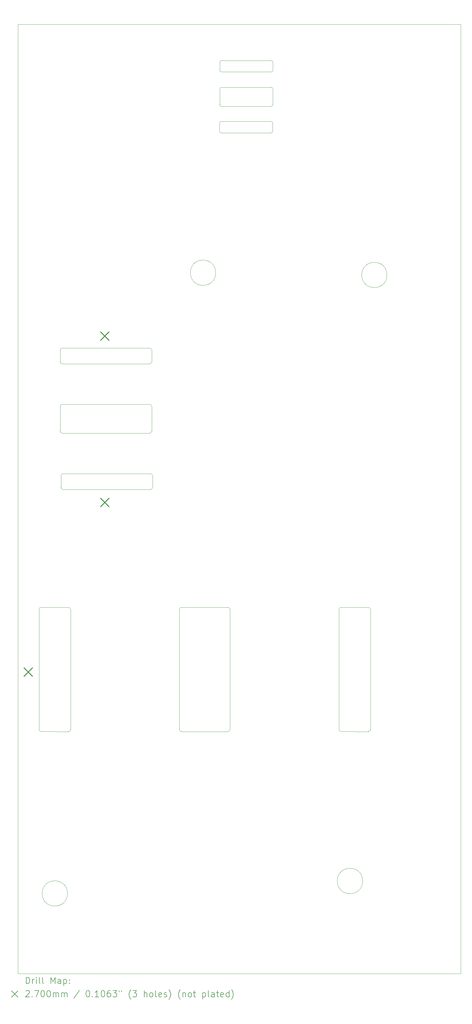
<source format=gbr>
%TF.GenerationSoftware,KiCad,Pcbnew,9.0.3*%
%TF.CreationDate,2025-10-12T10:40:02+02:00*%
%TF.ProjectId,LLC_DCDC_V5,4c4c435f-4443-4444-935f-56352e6b6963,rev?*%
%TF.SameCoordinates,Original*%
%TF.FileFunction,Drillmap*%
%TF.FilePolarity,Positive*%
%FSLAX45Y45*%
G04 Gerber Fmt 4.5, Leading zero omitted, Abs format (unit mm)*
G04 Created by KiCad (PCBNEW 9.0.3) date 2025-10-12 10:40:02*
%MOMM*%
%LPD*%
G01*
G04 APERTURE LIST*
%ADD10C,0.100000*%
%ADD11C,0.050000*%
%ADD12C,0.200000*%
%ADD13C,0.270000*%
G04 APERTURE END LIST*
D10*
X19401001Y-13131500D02*
G75*
G02*
X18604999Y-13131500I-398001J0D01*
G01*
X18604999Y-13131500D02*
G75*
G02*
X19401001Y-13131500I398001J0D01*
G01*
X18633501Y-32282000D02*
G75*
G02*
X17831499Y-32282000I-401001J0D01*
G01*
X17831499Y-32282000D02*
G75*
G02*
X18633501Y-32282000I401001J0D01*
G01*
X9299000Y-32677000D02*
G75*
G02*
X8499000Y-32677000I-400000J0D01*
G01*
X8499000Y-32677000D02*
G75*
G02*
X9299000Y-32677000I400000J0D01*
G01*
D11*
X7733000Y-5211500D02*
X21733000Y-5211500D01*
X21733000Y-35211500D01*
X7733000Y-35211500D01*
X7733000Y-5211500D01*
D10*
X13986000Y-13061500D02*
G75*
G02*
X13186000Y-13061500I-400000J0D01*
G01*
X13186000Y-13061500D02*
G75*
G02*
X13986000Y-13061500I400000J0D01*
G01*
D11*
X8398985Y-27489990D02*
X8396985Y-23703585D01*
X8465997Y-23634573D02*
X9330401Y-23635574D01*
X9328397Y-27560997D02*
X8467992Y-27558997D01*
X9399408Y-23704581D02*
X9397408Y-27491990D01*
X12836985Y-27491990D02*
X12834985Y-23705581D01*
X12903992Y-23636573D02*
X14370901Y-23633073D01*
X14371878Y-27561497D02*
X12905992Y-27560997D01*
X14439908Y-23702062D02*
X14440908Y-27492472D01*
X17883485Y-27491490D02*
X17881485Y-23705085D01*
X17950497Y-23636073D02*
X18814901Y-23637074D01*
X18812897Y-27562497D02*
X17952492Y-27560497D01*
X18883908Y-23706081D02*
X18881908Y-27493490D01*
X8396985Y-23703581D02*
G75*
G02*
X8465992Y-23634573I69007J0D01*
G01*
X8467992Y-27558997D02*
G75*
G02*
X8398985Y-27489990I0J69007D01*
G01*
X9330401Y-23635573D02*
G75*
G02*
X9399408Y-23704581I0J-69007D01*
G01*
X9397408Y-27491990D02*
G75*
G02*
X9328401Y-27560997I-69007J0D01*
G01*
X12834985Y-23705581D02*
G75*
G02*
X12903992Y-23636573I69007J0D01*
G01*
X12905992Y-27560997D02*
G75*
G02*
X12836985Y-27491990I0J69007D01*
G01*
X14370901Y-23633073D02*
G75*
G02*
X14439908Y-23702081I1J-69007D01*
G01*
X14440908Y-27492490D02*
G75*
G02*
X14371901Y-27561497I-69007J-1D01*
G01*
X17881485Y-23705081D02*
G75*
G02*
X17950492Y-23636073I69012J-5D01*
G01*
X17952492Y-27560497D02*
G75*
G02*
X17883485Y-27491490I5J69012D01*
G01*
X18814901Y-23637073D02*
G75*
G02*
X18883908Y-23706081I-5J-69012D01*
G01*
X18881908Y-27493490D02*
G75*
G02*
X18812901Y-27562497I-69012J5D01*
G01*
X14157444Y-8640997D02*
X15736710Y-8640269D01*
X15787730Y-8589990D02*
X15788006Y-8330958D01*
X14107731Y-8330924D02*
X14107454Y-8589977D01*
X15738016Y-8279982D02*
X14158749Y-8280500D01*
X14163464Y-7802507D02*
X15742730Y-7801779D01*
X15793750Y-7751500D02*
X15794283Y-7252513D01*
X14114009Y-7252000D02*
X14113474Y-7751487D01*
X15744036Y-7201493D02*
X14164770Y-7202010D01*
X14165464Y-6714507D02*
X15744730Y-6713779D01*
X15795750Y-6663500D02*
X15796026Y-6404468D01*
X14115752Y-6404434D02*
X14115474Y-6663487D01*
X15746036Y-6353493D02*
X14166770Y-6354010D01*
X14157444Y-8640997D02*
G75*
G02*
X14107454Y-8589977I0J50000D01*
G01*
X15787730Y-8590275D02*
G75*
G02*
X15736710Y-8640265I-50000J0D01*
G01*
X14107730Y-8330490D02*
G75*
G02*
X14158750Y-8280500I50000J0D01*
G01*
X15738016Y-8279982D02*
G75*
G02*
X15788005Y-8331003I0J-50000D01*
G01*
X14163464Y-7802507D02*
G75*
G02*
X14113475Y-7751487I0J50000D01*
G01*
X15793750Y-7751786D02*
G75*
G02*
X15742730Y-7801775I-50000J0D01*
G01*
X14113750Y-7252000D02*
G75*
G02*
X14164770Y-7202010I50000J0D01*
G01*
X15744036Y-7201493D02*
G75*
G02*
X15794026Y-7252513I0J-50000D01*
G01*
X14165464Y-6714507D02*
G75*
G02*
X14115474Y-6663487I0J50000D01*
G01*
X15795750Y-6663786D02*
G75*
G02*
X15744730Y-6713780I-50000J-4D01*
G01*
X14115750Y-6404000D02*
G75*
G02*
X14166770Y-6354010I50000J0D01*
G01*
X15746036Y-6353493D02*
G75*
G02*
X15796026Y-6404513I0J-50000D01*
G01*
X9135007Y-15440633D02*
X11896993Y-15440633D01*
X11966000Y-15509640D02*
X11966000Y-15871626D01*
X9066000Y-15871623D02*
X9066000Y-15509640D01*
X11896993Y-15940633D02*
X9135010Y-15940633D01*
X9135007Y-17220633D02*
X11896993Y-17220633D01*
X11966000Y-17289640D02*
X11966000Y-18061623D01*
X9066000Y-18061626D02*
X9066000Y-17289640D01*
X11896993Y-18130633D02*
X9135010Y-18130633D01*
X9161007Y-19410633D02*
X11922993Y-19410633D01*
X11992000Y-19479640D02*
X11992000Y-19841626D01*
X9092000Y-19841623D02*
X9092000Y-19479640D01*
X11922993Y-19910633D02*
X9161010Y-19910633D01*
X11896993Y-15440633D02*
G75*
G02*
X11966000Y-15509640I0J-69007D01*
G01*
X9066000Y-15509640D02*
G75*
G02*
X9135007Y-15440633I69007J0D01*
G01*
X11966000Y-15871626D02*
G75*
G02*
X11896993Y-15940633I-69007J0D01*
G01*
X9135007Y-15940633D02*
G75*
G02*
X9066000Y-15871626I0J69007D01*
G01*
X11896993Y-17220633D02*
G75*
G02*
X11966000Y-17289640I0J-69007D01*
G01*
X9066000Y-17289640D02*
G75*
G02*
X9135007Y-17220633I69007J0D01*
G01*
X11966000Y-18061626D02*
G75*
G02*
X11896993Y-18130633I-69010J3D01*
G01*
X9135007Y-18130633D02*
G75*
G02*
X9066000Y-18061626I-9J68998D01*
G01*
X11922993Y-19410633D02*
G75*
G02*
X11992000Y-19479640I2J-69005D01*
G01*
X9092000Y-19479640D02*
G75*
G02*
X9161007Y-19410633I69020J-13D01*
G01*
X11992000Y-19841626D02*
G75*
G02*
X11922993Y-19910633I-69010J3D01*
G01*
X9161007Y-19910633D02*
G75*
G02*
X9092000Y-19841626I-7J69000D01*
G01*
D12*
D13*
X7919000Y-25544000D02*
X8189000Y-25814000D01*
X8189000Y-25544000D02*
X7919000Y-25814000D01*
X10338000Y-14927000D02*
X10608000Y-15197000D01*
X10608000Y-14927000D02*
X10338000Y-15197000D01*
X10338000Y-20186000D02*
X10608000Y-20456000D01*
X10608000Y-20186000D02*
X10338000Y-20456000D01*
D12*
X7991277Y-35525484D02*
X7991277Y-35325484D01*
X7991277Y-35325484D02*
X8038896Y-35325484D01*
X8038896Y-35325484D02*
X8067467Y-35335008D01*
X8067467Y-35335008D02*
X8086515Y-35354055D01*
X8086515Y-35354055D02*
X8096039Y-35373103D01*
X8096039Y-35373103D02*
X8105562Y-35411198D01*
X8105562Y-35411198D02*
X8105562Y-35439770D01*
X8105562Y-35439770D02*
X8096039Y-35477865D01*
X8096039Y-35477865D02*
X8086515Y-35496912D01*
X8086515Y-35496912D02*
X8067467Y-35515960D01*
X8067467Y-35515960D02*
X8038896Y-35525484D01*
X8038896Y-35525484D02*
X7991277Y-35525484D01*
X8191277Y-35525484D02*
X8191277Y-35392150D01*
X8191277Y-35430246D02*
X8200801Y-35411198D01*
X8200801Y-35411198D02*
X8210324Y-35401674D01*
X8210324Y-35401674D02*
X8229372Y-35392150D01*
X8229372Y-35392150D02*
X8248420Y-35392150D01*
X8315086Y-35525484D02*
X8315086Y-35392150D01*
X8315086Y-35325484D02*
X8305562Y-35335008D01*
X8305562Y-35335008D02*
X8315086Y-35344531D01*
X8315086Y-35344531D02*
X8324610Y-35335008D01*
X8324610Y-35335008D02*
X8315086Y-35325484D01*
X8315086Y-35325484D02*
X8315086Y-35344531D01*
X8438896Y-35525484D02*
X8419848Y-35515960D01*
X8419848Y-35515960D02*
X8410324Y-35496912D01*
X8410324Y-35496912D02*
X8410324Y-35325484D01*
X8543658Y-35525484D02*
X8524610Y-35515960D01*
X8524610Y-35515960D02*
X8515086Y-35496912D01*
X8515086Y-35496912D02*
X8515086Y-35325484D01*
X8772229Y-35525484D02*
X8772229Y-35325484D01*
X8772229Y-35325484D02*
X8838896Y-35468341D01*
X8838896Y-35468341D02*
X8905563Y-35325484D01*
X8905563Y-35325484D02*
X8905563Y-35525484D01*
X9086515Y-35525484D02*
X9086515Y-35420722D01*
X9086515Y-35420722D02*
X9076991Y-35401674D01*
X9076991Y-35401674D02*
X9057944Y-35392150D01*
X9057944Y-35392150D02*
X9019848Y-35392150D01*
X9019848Y-35392150D02*
X9000801Y-35401674D01*
X9086515Y-35515960D02*
X9067467Y-35525484D01*
X9067467Y-35525484D02*
X9019848Y-35525484D01*
X9019848Y-35525484D02*
X9000801Y-35515960D01*
X9000801Y-35515960D02*
X8991277Y-35496912D01*
X8991277Y-35496912D02*
X8991277Y-35477865D01*
X8991277Y-35477865D02*
X9000801Y-35458817D01*
X9000801Y-35458817D02*
X9019848Y-35449293D01*
X9019848Y-35449293D02*
X9067467Y-35449293D01*
X9067467Y-35449293D02*
X9086515Y-35439770D01*
X9181753Y-35392150D02*
X9181753Y-35592150D01*
X9181753Y-35401674D02*
X9200801Y-35392150D01*
X9200801Y-35392150D02*
X9238896Y-35392150D01*
X9238896Y-35392150D02*
X9257944Y-35401674D01*
X9257944Y-35401674D02*
X9267467Y-35411198D01*
X9267467Y-35411198D02*
X9276991Y-35430246D01*
X9276991Y-35430246D02*
X9276991Y-35487389D01*
X9276991Y-35487389D02*
X9267467Y-35506436D01*
X9267467Y-35506436D02*
X9257944Y-35515960D01*
X9257944Y-35515960D02*
X9238896Y-35525484D01*
X9238896Y-35525484D02*
X9200801Y-35525484D01*
X9200801Y-35525484D02*
X9181753Y-35515960D01*
X9362705Y-35506436D02*
X9372229Y-35515960D01*
X9372229Y-35515960D02*
X9362705Y-35525484D01*
X9362705Y-35525484D02*
X9353182Y-35515960D01*
X9353182Y-35515960D02*
X9362705Y-35506436D01*
X9362705Y-35506436D02*
X9362705Y-35525484D01*
X9362705Y-35401674D02*
X9372229Y-35411198D01*
X9372229Y-35411198D02*
X9362705Y-35420722D01*
X9362705Y-35420722D02*
X9353182Y-35411198D01*
X9353182Y-35411198D02*
X9362705Y-35401674D01*
X9362705Y-35401674D02*
X9362705Y-35420722D01*
X7530500Y-35754000D02*
X7730500Y-35954000D01*
X7730500Y-35754000D02*
X7530500Y-35954000D01*
X7981753Y-35764531D02*
X7991277Y-35755008D01*
X7991277Y-35755008D02*
X8010324Y-35745484D01*
X8010324Y-35745484D02*
X8057943Y-35745484D01*
X8057943Y-35745484D02*
X8076991Y-35755008D01*
X8076991Y-35755008D02*
X8086515Y-35764531D01*
X8086515Y-35764531D02*
X8096039Y-35783579D01*
X8096039Y-35783579D02*
X8096039Y-35802627D01*
X8096039Y-35802627D02*
X8086515Y-35831198D01*
X8086515Y-35831198D02*
X7972229Y-35945484D01*
X7972229Y-35945484D02*
X8096039Y-35945484D01*
X8181753Y-35926436D02*
X8191277Y-35935960D01*
X8191277Y-35935960D02*
X8181753Y-35945484D01*
X8181753Y-35945484D02*
X8172229Y-35935960D01*
X8172229Y-35935960D02*
X8181753Y-35926436D01*
X8181753Y-35926436D02*
X8181753Y-35945484D01*
X8257943Y-35745484D02*
X8391277Y-35745484D01*
X8391277Y-35745484D02*
X8305562Y-35945484D01*
X8505563Y-35745484D02*
X8524610Y-35745484D01*
X8524610Y-35745484D02*
X8543658Y-35755008D01*
X8543658Y-35755008D02*
X8553182Y-35764531D01*
X8553182Y-35764531D02*
X8562705Y-35783579D01*
X8562705Y-35783579D02*
X8572229Y-35821674D01*
X8572229Y-35821674D02*
X8572229Y-35869293D01*
X8572229Y-35869293D02*
X8562705Y-35907389D01*
X8562705Y-35907389D02*
X8553182Y-35926436D01*
X8553182Y-35926436D02*
X8543658Y-35935960D01*
X8543658Y-35935960D02*
X8524610Y-35945484D01*
X8524610Y-35945484D02*
X8505563Y-35945484D01*
X8505563Y-35945484D02*
X8486515Y-35935960D01*
X8486515Y-35935960D02*
X8476991Y-35926436D01*
X8476991Y-35926436D02*
X8467467Y-35907389D01*
X8467467Y-35907389D02*
X8457944Y-35869293D01*
X8457944Y-35869293D02*
X8457944Y-35821674D01*
X8457944Y-35821674D02*
X8467467Y-35783579D01*
X8467467Y-35783579D02*
X8476991Y-35764531D01*
X8476991Y-35764531D02*
X8486515Y-35755008D01*
X8486515Y-35755008D02*
X8505563Y-35745484D01*
X8696039Y-35745484D02*
X8715086Y-35745484D01*
X8715086Y-35745484D02*
X8734134Y-35755008D01*
X8734134Y-35755008D02*
X8743658Y-35764531D01*
X8743658Y-35764531D02*
X8753182Y-35783579D01*
X8753182Y-35783579D02*
X8762705Y-35821674D01*
X8762705Y-35821674D02*
X8762705Y-35869293D01*
X8762705Y-35869293D02*
X8753182Y-35907389D01*
X8753182Y-35907389D02*
X8743658Y-35926436D01*
X8743658Y-35926436D02*
X8734134Y-35935960D01*
X8734134Y-35935960D02*
X8715086Y-35945484D01*
X8715086Y-35945484D02*
X8696039Y-35945484D01*
X8696039Y-35945484D02*
X8676991Y-35935960D01*
X8676991Y-35935960D02*
X8667467Y-35926436D01*
X8667467Y-35926436D02*
X8657944Y-35907389D01*
X8657944Y-35907389D02*
X8648420Y-35869293D01*
X8648420Y-35869293D02*
X8648420Y-35821674D01*
X8648420Y-35821674D02*
X8657944Y-35783579D01*
X8657944Y-35783579D02*
X8667467Y-35764531D01*
X8667467Y-35764531D02*
X8676991Y-35755008D01*
X8676991Y-35755008D02*
X8696039Y-35745484D01*
X8848420Y-35945484D02*
X8848420Y-35812150D01*
X8848420Y-35831198D02*
X8857944Y-35821674D01*
X8857944Y-35821674D02*
X8876991Y-35812150D01*
X8876991Y-35812150D02*
X8905563Y-35812150D01*
X8905563Y-35812150D02*
X8924610Y-35821674D01*
X8924610Y-35821674D02*
X8934134Y-35840722D01*
X8934134Y-35840722D02*
X8934134Y-35945484D01*
X8934134Y-35840722D02*
X8943658Y-35821674D01*
X8943658Y-35821674D02*
X8962705Y-35812150D01*
X8962705Y-35812150D02*
X8991277Y-35812150D01*
X8991277Y-35812150D02*
X9010325Y-35821674D01*
X9010325Y-35821674D02*
X9019848Y-35840722D01*
X9019848Y-35840722D02*
X9019848Y-35945484D01*
X9115086Y-35945484D02*
X9115086Y-35812150D01*
X9115086Y-35831198D02*
X9124610Y-35821674D01*
X9124610Y-35821674D02*
X9143658Y-35812150D01*
X9143658Y-35812150D02*
X9172229Y-35812150D01*
X9172229Y-35812150D02*
X9191277Y-35821674D01*
X9191277Y-35821674D02*
X9200801Y-35840722D01*
X9200801Y-35840722D02*
X9200801Y-35945484D01*
X9200801Y-35840722D02*
X9210325Y-35821674D01*
X9210325Y-35821674D02*
X9229372Y-35812150D01*
X9229372Y-35812150D02*
X9257944Y-35812150D01*
X9257944Y-35812150D02*
X9276991Y-35821674D01*
X9276991Y-35821674D02*
X9286515Y-35840722D01*
X9286515Y-35840722D02*
X9286515Y-35945484D01*
X9676991Y-35735960D02*
X9505563Y-35993103D01*
X9934134Y-35745484D02*
X9953182Y-35745484D01*
X9953182Y-35745484D02*
X9972229Y-35755008D01*
X9972229Y-35755008D02*
X9981753Y-35764531D01*
X9981753Y-35764531D02*
X9991277Y-35783579D01*
X9991277Y-35783579D02*
X10000801Y-35821674D01*
X10000801Y-35821674D02*
X10000801Y-35869293D01*
X10000801Y-35869293D02*
X9991277Y-35907389D01*
X9991277Y-35907389D02*
X9981753Y-35926436D01*
X9981753Y-35926436D02*
X9972229Y-35935960D01*
X9972229Y-35935960D02*
X9953182Y-35945484D01*
X9953182Y-35945484D02*
X9934134Y-35945484D01*
X9934134Y-35945484D02*
X9915087Y-35935960D01*
X9915087Y-35935960D02*
X9905563Y-35926436D01*
X9905563Y-35926436D02*
X9896039Y-35907389D01*
X9896039Y-35907389D02*
X9886515Y-35869293D01*
X9886515Y-35869293D02*
X9886515Y-35821674D01*
X9886515Y-35821674D02*
X9896039Y-35783579D01*
X9896039Y-35783579D02*
X9905563Y-35764531D01*
X9905563Y-35764531D02*
X9915087Y-35755008D01*
X9915087Y-35755008D02*
X9934134Y-35745484D01*
X10086515Y-35926436D02*
X10096039Y-35935960D01*
X10096039Y-35935960D02*
X10086515Y-35945484D01*
X10086515Y-35945484D02*
X10076991Y-35935960D01*
X10076991Y-35935960D02*
X10086515Y-35926436D01*
X10086515Y-35926436D02*
X10086515Y-35945484D01*
X10286515Y-35945484D02*
X10172229Y-35945484D01*
X10229372Y-35945484D02*
X10229372Y-35745484D01*
X10229372Y-35745484D02*
X10210325Y-35774055D01*
X10210325Y-35774055D02*
X10191277Y-35793103D01*
X10191277Y-35793103D02*
X10172229Y-35802627D01*
X10410325Y-35745484D02*
X10429372Y-35745484D01*
X10429372Y-35745484D02*
X10448420Y-35755008D01*
X10448420Y-35755008D02*
X10457944Y-35764531D01*
X10457944Y-35764531D02*
X10467468Y-35783579D01*
X10467468Y-35783579D02*
X10476991Y-35821674D01*
X10476991Y-35821674D02*
X10476991Y-35869293D01*
X10476991Y-35869293D02*
X10467468Y-35907389D01*
X10467468Y-35907389D02*
X10457944Y-35926436D01*
X10457944Y-35926436D02*
X10448420Y-35935960D01*
X10448420Y-35935960D02*
X10429372Y-35945484D01*
X10429372Y-35945484D02*
X10410325Y-35945484D01*
X10410325Y-35945484D02*
X10391277Y-35935960D01*
X10391277Y-35935960D02*
X10381753Y-35926436D01*
X10381753Y-35926436D02*
X10372229Y-35907389D01*
X10372229Y-35907389D02*
X10362706Y-35869293D01*
X10362706Y-35869293D02*
X10362706Y-35821674D01*
X10362706Y-35821674D02*
X10372229Y-35783579D01*
X10372229Y-35783579D02*
X10381753Y-35764531D01*
X10381753Y-35764531D02*
X10391277Y-35755008D01*
X10391277Y-35755008D02*
X10410325Y-35745484D01*
X10648420Y-35745484D02*
X10610325Y-35745484D01*
X10610325Y-35745484D02*
X10591277Y-35755008D01*
X10591277Y-35755008D02*
X10581753Y-35764531D01*
X10581753Y-35764531D02*
X10562706Y-35793103D01*
X10562706Y-35793103D02*
X10553182Y-35831198D01*
X10553182Y-35831198D02*
X10553182Y-35907389D01*
X10553182Y-35907389D02*
X10562706Y-35926436D01*
X10562706Y-35926436D02*
X10572229Y-35935960D01*
X10572229Y-35935960D02*
X10591277Y-35945484D01*
X10591277Y-35945484D02*
X10629372Y-35945484D01*
X10629372Y-35945484D02*
X10648420Y-35935960D01*
X10648420Y-35935960D02*
X10657944Y-35926436D01*
X10657944Y-35926436D02*
X10667468Y-35907389D01*
X10667468Y-35907389D02*
X10667468Y-35859770D01*
X10667468Y-35859770D02*
X10657944Y-35840722D01*
X10657944Y-35840722D02*
X10648420Y-35831198D01*
X10648420Y-35831198D02*
X10629372Y-35821674D01*
X10629372Y-35821674D02*
X10591277Y-35821674D01*
X10591277Y-35821674D02*
X10572229Y-35831198D01*
X10572229Y-35831198D02*
X10562706Y-35840722D01*
X10562706Y-35840722D02*
X10553182Y-35859770D01*
X10734134Y-35745484D02*
X10857944Y-35745484D01*
X10857944Y-35745484D02*
X10791277Y-35821674D01*
X10791277Y-35821674D02*
X10819849Y-35821674D01*
X10819849Y-35821674D02*
X10838896Y-35831198D01*
X10838896Y-35831198D02*
X10848420Y-35840722D01*
X10848420Y-35840722D02*
X10857944Y-35859770D01*
X10857944Y-35859770D02*
X10857944Y-35907389D01*
X10857944Y-35907389D02*
X10848420Y-35926436D01*
X10848420Y-35926436D02*
X10838896Y-35935960D01*
X10838896Y-35935960D02*
X10819849Y-35945484D01*
X10819849Y-35945484D02*
X10762706Y-35945484D01*
X10762706Y-35945484D02*
X10743658Y-35935960D01*
X10743658Y-35935960D02*
X10734134Y-35926436D01*
X10934134Y-35745484D02*
X10934134Y-35783579D01*
X11010325Y-35745484D02*
X11010325Y-35783579D01*
X11305563Y-36021674D02*
X11296039Y-36012150D01*
X11296039Y-36012150D02*
X11276991Y-35983579D01*
X11276991Y-35983579D02*
X11267468Y-35964531D01*
X11267468Y-35964531D02*
X11257944Y-35935960D01*
X11257944Y-35935960D02*
X11248420Y-35888341D01*
X11248420Y-35888341D02*
X11248420Y-35850246D01*
X11248420Y-35850246D02*
X11257944Y-35802627D01*
X11257944Y-35802627D02*
X11267468Y-35774055D01*
X11267468Y-35774055D02*
X11276991Y-35755008D01*
X11276991Y-35755008D02*
X11296039Y-35726436D01*
X11296039Y-35726436D02*
X11305563Y-35716912D01*
X11362706Y-35745484D02*
X11486515Y-35745484D01*
X11486515Y-35745484D02*
X11419848Y-35821674D01*
X11419848Y-35821674D02*
X11448420Y-35821674D01*
X11448420Y-35821674D02*
X11467468Y-35831198D01*
X11467468Y-35831198D02*
X11476991Y-35840722D01*
X11476991Y-35840722D02*
X11486515Y-35859770D01*
X11486515Y-35859770D02*
X11486515Y-35907389D01*
X11486515Y-35907389D02*
X11476991Y-35926436D01*
X11476991Y-35926436D02*
X11467468Y-35935960D01*
X11467468Y-35935960D02*
X11448420Y-35945484D01*
X11448420Y-35945484D02*
X11391277Y-35945484D01*
X11391277Y-35945484D02*
X11372229Y-35935960D01*
X11372229Y-35935960D02*
X11362706Y-35926436D01*
X11724610Y-35945484D02*
X11724610Y-35745484D01*
X11810325Y-35945484D02*
X11810325Y-35840722D01*
X11810325Y-35840722D02*
X11800801Y-35821674D01*
X11800801Y-35821674D02*
X11781753Y-35812150D01*
X11781753Y-35812150D02*
X11753182Y-35812150D01*
X11753182Y-35812150D02*
X11734134Y-35821674D01*
X11734134Y-35821674D02*
X11724610Y-35831198D01*
X11934134Y-35945484D02*
X11915087Y-35935960D01*
X11915087Y-35935960D02*
X11905563Y-35926436D01*
X11905563Y-35926436D02*
X11896039Y-35907389D01*
X11896039Y-35907389D02*
X11896039Y-35850246D01*
X11896039Y-35850246D02*
X11905563Y-35831198D01*
X11905563Y-35831198D02*
X11915087Y-35821674D01*
X11915087Y-35821674D02*
X11934134Y-35812150D01*
X11934134Y-35812150D02*
X11962706Y-35812150D01*
X11962706Y-35812150D02*
X11981753Y-35821674D01*
X11981753Y-35821674D02*
X11991277Y-35831198D01*
X11991277Y-35831198D02*
X12000801Y-35850246D01*
X12000801Y-35850246D02*
X12000801Y-35907389D01*
X12000801Y-35907389D02*
X11991277Y-35926436D01*
X11991277Y-35926436D02*
X11981753Y-35935960D01*
X11981753Y-35935960D02*
X11962706Y-35945484D01*
X11962706Y-35945484D02*
X11934134Y-35945484D01*
X12115087Y-35945484D02*
X12096039Y-35935960D01*
X12096039Y-35935960D02*
X12086515Y-35916912D01*
X12086515Y-35916912D02*
X12086515Y-35745484D01*
X12267468Y-35935960D02*
X12248420Y-35945484D01*
X12248420Y-35945484D02*
X12210325Y-35945484D01*
X12210325Y-35945484D02*
X12191277Y-35935960D01*
X12191277Y-35935960D02*
X12181753Y-35916912D01*
X12181753Y-35916912D02*
X12181753Y-35840722D01*
X12181753Y-35840722D02*
X12191277Y-35821674D01*
X12191277Y-35821674D02*
X12210325Y-35812150D01*
X12210325Y-35812150D02*
X12248420Y-35812150D01*
X12248420Y-35812150D02*
X12267468Y-35821674D01*
X12267468Y-35821674D02*
X12276991Y-35840722D01*
X12276991Y-35840722D02*
X12276991Y-35859770D01*
X12276991Y-35859770D02*
X12181753Y-35878817D01*
X12353182Y-35935960D02*
X12372230Y-35945484D01*
X12372230Y-35945484D02*
X12410325Y-35945484D01*
X12410325Y-35945484D02*
X12429372Y-35935960D01*
X12429372Y-35935960D02*
X12438896Y-35916912D01*
X12438896Y-35916912D02*
X12438896Y-35907389D01*
X12438896Y-35907389D02*
X12429372Y-35888341D01*
X12429372Y-35888341D02*
X12410325Y-35878817D01*
X12410325Y-35878817D02*
X12381753Y-35878817D01*
X12381753Y-35878817D02*
X12362706Y-35869293D01*
X12362706Y-35869293D02*
X12353182Y-35850246D01*
X12353182Y-35850246D02*
X12353182Y-35840722D01*
X12353182Y-35840722D02*
X12362706Y-35821674D01*
X12362706Y-35821674D02*
X12381753Y-35812150D01*
X12381753Y-35812150D02*
X12410325Y-35812150D01*
X12410325Y-35812150D02*
X12429372Y-35821674D01*
X12505563Y-36021674D02*
X12515087Y-36012150D01*
X12515087Y-36012150D02*
X12534134Y-35983579D01*
X12534134Y-35983579D02*
X12543658Y-35964531D01*
X12543658Y-35964531D02*
X12553182Y-35935960D01*
X12553182Y-35935960D02*
X12562706Y-35888341D01*
X12562706Y-35888341D02*
X12562706Y-35850246D01*
X12562706Y-35850246D02*
X12553182Y-35802627D01*
X12553182Y-35802627D02*
X12543658Y-35774055D01*
X12543658Y-35774055D02*
X12534134Y-35755008D01*
X12534134Y-35755008D02*
X12515087Y-35726436D01*
X12515087Y-35726436D02*
X12505563Y-35716912D01*
X12867468Y-36021674D02*
X12857944Y-36012150D01*
X12857944Y-36012150D02*
X12838896Y-35983579D01*
X12838896Y-35983579D02*
X12829372Y-35964531D01*
X12829372Y-35964531D02*
X12819849Y-35935960D01*
X12819849Y-35935960D02*
X12810325Y-35888341D01*
X12810325Y-35888341D02*
X12810325Y-35850246D01*
X12810325Y-35850246D02*
X12819849Y-35802627D01*
X12819849Y-35802627D02*
X12829372Y-35774055D01*
X12829372Y-35774055D02*
X12838896Y-35755008D01*
X12838896Y-35755008D02*
X12857944Y-35726436D01*
X12857944Y-35726436D02*
X12867468Y-35716912D01*
X12943658Y-35812150D02*
X12943658Y-35945484D01*
X12943658Y-35831198D02*
X12953182Y-35821674D01*
X12953182Y-35821674D02*
X12972230Y-35812150D01*
X12972230Y-35812150D02*
X13000801Y-35812150D01*
X13000801Y-35812150D02*
X13019849Y-35821674D01*
X13019849Y-35821674D02*
X13029372Y-35840722D01*
X13029372Y-35840722D02*
X13029372Y-35945484D01*
X13153182Y-35945484D02*
X13134134Y-35935960D01*
X13134134Y-35935960D02*
X13124611Y-35926436D01*
X13124611Y-35926436D02*
X13115087Y-35907389D01*
X13115087Y-35907389D02*
X13115087Y-35850246D01*
X13115087Y-35850246D02*
X13124611Y-35831198D01*
X13124611Y-35831198D02*
X13134134Y-35821674D01*
X13134134Y-35821674D02*
X13153182Y-35812150D01*
X13153182Y-35812150D02*
X13181753Y-35812150D01*
X13181753Y-35812150D02*
X13200801Y-35821674D01*
X13200801Y-35821674D02*
X13210325Y-35831198D01*
X13210325Y-35831198D02*
X13219849Y-35850246D01*
X13219849Y-35850246D02*
X13219849Y-35907389D01*
X13219849Y-35907389D02*
X13210325Y-35926436D01*
X13210325Y-35926436D02*
X13200801Y-35935960D01*
X13200801Y-35935960D02*
X13181753Y-35945484D01*
X13181753Y-35945484D02*
X13153182Y-35945484D01*
X13276992Y-35812150D02*
X13353182Y-35812150D01*
X13305563Y-35745484D02*
X13305563Y-35916912D01*
X13305563Y-35916912D02*
X13315087Y-35935960D01*
X13315087Y-35935960D02*
X13334134Y-35945484D01*
X13334134Y-35945484D02*
X13353182Y-35945484D01*
X13572230Y-35812150D02*
X13572230Y-36012150D01*
X13572230Y-35821674D02*
X13591277Y-35812150D01*
X13591277Y-35812150D02*
X13629373Y-35812150D01*
X13629373Y-35812150D02*
X13648420Y-35821674D01*
X13648420Y-35821674D02*
X13657944Y-35831198D01*
X13657944Y-35831198D02*
X13667468Y-35850246D01*
X13667468Y-35850246D02*
X13667468Y-35907389D01*
X13667468Y-35907389D02*
X13657944Y-35926436D01*
X13657944Y-35926436D02*
X13648420Y-35935960D01*
X13648420Y-35935960D02*
X13629373Y-35945484D01*
X13629373Y-35945484D02*
X13591277Y-35945484D01*
X13591277Y-35945484D02*
X13572230Y-35935960D01*
X13781753Y-35945484D02*
X13762706Y-35935960D01*
X13762706Y-35935960D02*
X13753182Y-35916912D01*
X13753182Y-35916912D02*
X13753182Y-35745484D01*
X13943658Y-35945484D02*
X13943658Y-35840722D01*
X13943658Y-35840722D02*
X13934134Y-35821674D01*
X13934134Y-35821674D02*
X13915087Y-35812150D01*
X13915087Y-35812150D02*
X13876992Y-35812150D01*
X13876992Y-35812150D02*
X13857944Y-35821674D01*
X13943658Y-35935960D02*
X13924611Y-35945484D01*
X13924611Y-35945484D02*
X13876992Y-35945484D01*
X13876992Y-35945484D02*
X13857944Y-35935960D01*
X13857944Y-35935960D02*
X13848420Y-35916912D01*
X13848420Y-35916912D02*
X13848420Y-35897865D01*
X13848420Y-35897865D02*
X13857944Y-35878817D01*
X13857944Y-35878817D02*
X13876992Y-35869293D01*
X13876992Y-35869293D02*
X13924611Y-35869293D01*
X13924611Y-35869293D02*
X13943658Y-35859770D01*
X14010325Y-35812150D02*
X14086515Y-35812150D01*
X14038896Y-35745484D02*
X14038896Y-35916912D01*
X14038896Y-35916912D02*
X14048420Y-35935960D01*
X14048420Y-35935960D02*
X14067468Y-35945484D01*
X14067468Y-35945484D02*
X14086515Y-35945484D01*
X14229373Y-35935960D02*
X14210325Y-35945484D01*
X14210325Y-35945484D02*
X14172230Y-35945484D01*
X14172230Y-35945484D02*
X14153182Y-35935960D01*
X14153182Y-35935960D02*
X14143658Y-35916912D01*
X14143658Y-35916912D02*
X14143658Y-35840722D01*
X14143658Y-35840722D02*
X14153182Y-35821674D01*
X14153182Y-35821674D02*
X14172230Y-35812150D01*
X14172230Y-35812150D02*
X14210325Y-35812150D01*
X14210325Y-35812150D02*
X14229373Y-35821674D01*
X14229373Y-35821674D02*
X14238896Y-35840722D01*
X14238896Y-35840722D02*
X14238896Y-35859770D01*
X14238896Y-35859770D02*
X14143658Y-35878817D01*
X14410325Y-35945484D02*
X14410325Y-35745484D01*
X14410325Y-35935960D02*
X14391277Y-35945484D01*
X14391277Y-35945484D02*
X14353182Y-35945484D01*
X14353182Y-35945484D02*
X14334134Y-35935960D01*
X14334134Y-35935960D02*
X14324611Y-35926436D01*
X14324611Y-35926436D02*
X14315087Y-35907389D01*
X14315087Y-35907389D02*
X14315087Y-35850246D01*
X14315087Y-35850246D02*
X14324611Y-35831198D01*
X14324611Y-35831198D02*
X14334134Y-35821674D01*
X14334134Y-35821674D02*
X14353182Y-35812150D01*
X14353182Y-35812150D02*
X14391277Y-35812150D01*
X14391277Y-35812150D02*
X14410325Y-35821674D01*
X14486515Y-36021674D02*
X14496039Y-36012150D01*
X14496039Y-36012150D02*
X14515087Y-35983579D01*
X14515087Y-35983579D02*
X14524611Y-35964531D01*
X14524611Y-35964531D02*
X14534134Y-35935960D01*
X14534134Y-35935960D02*
X14543658Y-35888341D01*
X14543658Y-35888341D02*
X14543658Y-35850246D01*
X14543658Y-35850246D02*
X14534134Y-35802627D01*
X14534134Y-35802627D02*
X14524611Y-35774055D01*
X14524611Y-35774055D02*
X14515087Y-35755008D01*
X14515087Y-35755008D02*
X14496039Y-35726436D01*
X14496039Y-35726436D02*
X14486515Y-35716912D01*
M02*

</source>
